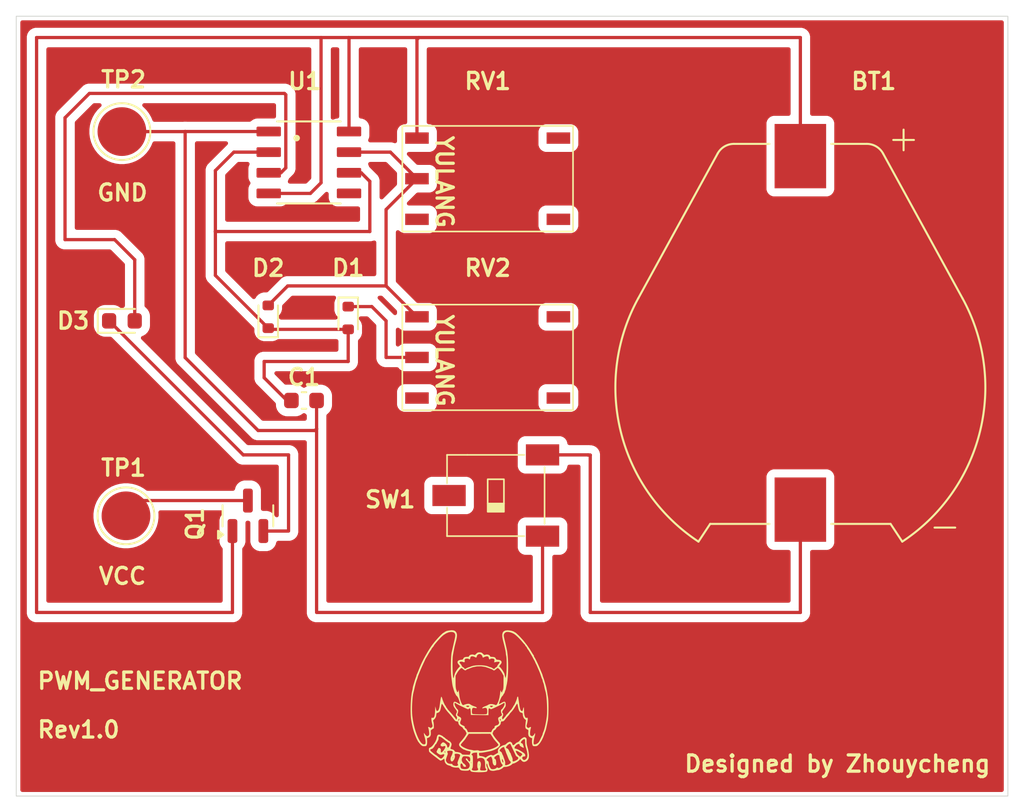
<source format=kicad_pcb>
(kicad_pcb (version 20241229) (generator "pcbnew") (generator_version "9.0")
  (title_block (title "PWM_GENERATOR") (date "2025-04-09") (rev "v1.0"))
  (layers (0 "F.Cu" signal) (2 "B.Cu" signal) (13 "F.Paste" user) (15 "B.Paste" user) (5 "F.SilkS" user "F.Silkscreen") (7 "B.SilkS" user "B.Silkscreen") (1 "F.Mask" user) (3 "B.Mask" user) (25 "Edge.Cuts" user))
  (net 0 "")
  (net 1 "Net-(Q1-C)")
  (net 2 "Net-(SW1-B)")
  (net 3 "Net-(SW1-C)")
  (net 4 "Net-(D1-A)")
  (net 5 "Net-(D1-K)")
  (net 6 "Net-(D2-A)")
  (net 7 "Net-(D3-K)")
  (net 8 "Net-(D3-A)")
  (net 9 "Net-(Q1-E)")
  (footprint "Learn:SOIC127P599X175-8N" (layer "F.Cu") (at 116 87)
    (property "Reference" "U1" (at -0.25 -5 0) (layer "F.SilkS") (effects (font (thickness 0.2))))
    (property "Value" "~")
    (pad "1" smd roundrect (at -2.47 -1.905) (size 1.5 0.6) (layers "F.Cu" "F.Mask" "F.Paste") (roundrect_rratio 0.125) (net 3 "Net-(SW1-C)"))
    (pad "2" smd roundrect (at -2.47 -0.635) (size 1.5 0.6) (layers "F.Cu" "F.Mask" "F.Paste") (roundrect_rratio 0.125) (net 4 "Net-(D1-A)"))
    (pad "3" smd roundrect (at -2.47 0.635) (size 1.5 0.6) (layers "F.Cu" "F.Mask" "F.Paste") (roundrect_rratio 0.125) (net 8 "Net-(D3-A)"))
    (pad "4" smd roundrect (at -2.47 1.905) (size 1.5 0.6) (layers "F.Cu" "F.Mask" "F.Paste") (roundrect_rratio 0.125) (net 1 "Net-(Q1-C)"))
    (pad "5" smd roundrect (at 2.47 1.905) (size 1.5 0.6) (layers "F.Cu" "F.Mask" "F.Paste") (roundrect_rratio 0.125))
    (pad "6" smd roundrect (at 2.47 0.635) (size 1.5 0.6) (layers "F.Cu" "F.Mask" "F.Paste") (roundrect_rratio 0.125) (net 4 "Net-(D1-A)"))
    (pad "7" smd roundrect (at 2.47 -0.635) (size 1.5 0.6) (layers "F.Cu" "F.Mask" "F.Paste") (roundrect_rratio 0.125) (net 6 "Net-(D2-A)"))
    (pad "8" smd roundrect (at 2.47 -1.905) (size 1.5 0.6) (layers "F.Cu" "F.Mask" "F.Paste") (roundrect_rratio 0.125) (net 1 "Net-(Q1-C)"))
  )
  (footprint "Learn:R07310N0-LA3.0B2.5-B103-100" (layer "F.Cu") (at 127 88 -90)
    (property "Reference" "RV1" (at -6 0 0) (layer "F.SilkS") (effects (font (thickness 0.2))))
    (property "Value" "10k")
    (fp_text user "YULANG" (at -2.75 3.25 270) (layer "F.SilkS") (effects (font (thickness 0.2)) (justify left bottom)))
    (pad "1" smd rect (at -2.5 4.35 270) (size 0.7 1.45) (layers "F.Cu" "F.Mask" "F.Paste") (net 1 "Net-(Q1-C)"))
    (pad "2" smd rect (at 0 4.35 270) (size 0.7 1.45) (layers "F.Cu" "F.Mask" "F.Paste") (net 6 "Net-(D2-A)"))
    (pad "3" smd rect (at 2.5 4.35 270) (size 0.7 1.45) (layers "F.Cu" "F.Mask" "F.Paste"))
    (pad "MT1" smd rect (at -2.5 -4.35 270) (size 0.7 1.45) (layers "F.Cu" "F.Mask" "F.Paste"))
    (pad "MT2" smd rect (at 2.5 -4.35 270) (size 0.7 1.45) (layers "F.Cu" "F.Mask" "F.Paste"))
  )
  (footprint "LED_SMD:LED_0603_1608Metric" (layer "F.Cu") (at 104.5 96.75)
    (property "Reference" "D3" (at -3 0 0) (layer "F.SilkS") (effects (font (thickness 0.2))))
    (property "Value" "LED")
    (pad "1" smd roundrect (at -0.7875 0) (size 0.875 0.95) (layers "F.Cu" "F.Mask" "F.Paste") (net 7 "Net-(D3-K)"))
    (pad "2" smd roundrect (at 0.7875 0) (size 0.875 0.95) (layers "F.Cu" "F.Mask" "F.Paste") (net 8 "Net-(D3-A)"))
  )
  (footprint "TestPoint:TestPoint_Pad_D3.0mm" (layer "F.Cu") (at 104.75 108.75)
    (property "Reference" "TP1" (at -0.15 -2.95 0) (layer "F.SilkS") (effects (font (thickness 0.2))))
    (property "Value" "VCC")
    (pad "1" smd circle (at 0 0) (size 3 3) (layers "F.Cu" "F.Mask") (net 9 "Net-(Q1-E)"))
  )
  (footprint "Learn:BAT_1061" (layer "F.Cu") (at 146.235 97.49 180)
    (property "Reference" "BT1" (at -4.515 15.49 0) (layer "F.SilkS") (effects (font (thickness 0.2))))
    (property "Value" "1061")
    (pad "N" smd rect (at 0 -10.88 180) (size 3.17 3.96) (layers "F.Cu" "F.Mask" "F.Paste") (net 2 "Net-(SW1-B)"))
    (pad "P" smd rect (at 0 10.88 180) (size 3.17 3.96) (layers "F.Cu" "F.Mask" "F.Paste") (net 1 "Net-(Q1-C)"))
  )
  (footprint "TestPoint:TestPoint_Pad_D3.0mm" (layer "F.Cu") (at 104.5 85.1)
    (property "Reference" "TP2" (at 0.1 -3.2 0) (layer "F.SilkS") (effects (font (thickness 0.2))))
    (property "Value" "GND")
    (pad "1" smd circle (at 0 0) (size 3 3) (layers "F.Cu" "F.Mask") (net 3 "Net-(SW1-C)"))
  )
  (footprint "Diode_SMD:D_SOD-523" (layer "F.Cu") (at 118.42 96.5725 -90)
    (property "Reference" "D1" (at -3.0725 0 0) (layer "F.SilkS") (effects (font (thickness 0.2))))
    (property "Value" "1N4148WT")
    (pad "1" smd roundrect (at -0.7 0 90) (size 0.6 0.7) (layers "F.Cu" "F.Mask" "F.Paste") (net 5 "Net-(D1-K)"))
    (pad "2" smd roundrect (at 0.7 0 90) (size 0.6 0.7) (layers "F.Cu" "F.Mask" "F.Paste") (net 4 "Net-(D1-A)"))
  )
  (footprint "Learn:MS-12D17-G2" (layer "F.Cu") (at 127.5 107.5 -90)
    (property "Reference" "SW1" (at 0.25 6.5 0) (layer "F.SilkS") (effects (font (thickness 0.2))))
    (property "Value" "SW_SPDT")
    (pad "1" smd rect (at 0 2.875 270) (size 1.3 2.05) (layers "F.Cu" "F.Mask" "F.Paste"))
    (pad "2" smd rect (at -2.5 -2.875 270) (size 1.3 2.05) (layers "F.Cu" "F.Mask" "F.Paste") (net 2 "Net-(SW1-B)"))
    (pad "3" smd rect (at 2.5 -2.875 270) (size 1.3 2.05) (layers "F.Cu" "F.Mask" "F.Paste") (net 3 "Net-(SW1-C)"))
  )
  (footprint "Package_TO_SOT_SMD:SOT-23" (layer "F.Cu") (at 112.25 108.75 90)
    (property "Reference" "Q1" (at -0.5 -3.25 90) (layer "F.SilkS") (effects (font (thickness 0.2))))
    (property "Value" "PNP")
    (pad "1" smd roundrect (at -0.9375 -0.95 90) (size 1.475 0.6) (layers "F.Cu" "F.Mask" "F.Paste") (net 1 "Net-(Q1-C)"))
    (pad "2" smd roundrect (at -0.9375 0.95 90) (size 1.475 0.6) (layers "F.Cu" "F.Mask" "F.Paste") (net 7 "Net-(D3-K)"))
    (pad "3" smd roundrect (at 0.9375 0 90) (size 1.475 0.6) (layers "F.Cu" "F.Mask" "F.Paste") (net 9 "Net-(Q1-E)"))
  )
  (footprint "Learn:R07310N0-LA3.0B2.5-B103-100" (layer "F.Cu") (at 127 99 -90)
    (property "Reference" "RV2" (at -5.5 0 0) (layer "F.SilkS") (effects (font (thickness 0.2))))
    (property "Value" "10k")
    (fp_text user "YULANG" (at -2.75 3.25 270) (layer "F.SilkS") (effects (font (thickness 0.2)) (justify left bottom)))
    (pad "1" smd rect (at -2.5 4.35 270) (size 0.7 1.45) (layers "F.Cu" "F.Mask" "F.Paste") (net 6 "Net-(D2-A)"))
    (pad "2" smd rect (at 0 4.35 270) (size 0.7 1.45) (layers "F.Cu" "F.Mask" "F.Paste") (net 5 "Net-(D1-K)"))
    (pad "3" smd rect (at 2.5 4.35 270) (size 0.7 1.45) (layers "F.Cu" "F.Mask" "F.Paste"))
    (pad "MT1" smd rect (at -2.5 -4.35 270) (size 0.7 1.45) (layers "F.Cu" "F.Mask" "F.Paste"))
    (pad "MT2" smd rect (at 2.5 -4.35 270) (size 0.7 1.45) (layers "F.Cu" "F.Mask" "F.Paste"))
  )
  (footprint "Diode_SMD:D_SOD-523" (layer "F.Cu") (at 113.5 96.5 90)
    (property "Reference" "D2" (at 3 0 0) (layer "F.SilkS") (effects (font (thickness 0.2))))
    (property "Value" "1N4148WT")
    (pad "1" smd roundrect (at -0.7 0 270) (size 0.6 0.7) (layers "F.Cu" "F.Mask" "F.Paste") (net 4 "Net-(D1-A)"))
    (pad "2" smd roundrect (at 0.7 0 270) (size 0.6 0.7) (layers "F.Cu" "F.Mask" "F.Paste") (net 6 "Net-(D2-A)"))
  )
  (footprint "Learn:KamiLogo" (layer "F.Cu") (at 126.5 120.5)
    (property "Reference" "G***" (hide yes))
    (property "Value" "LOGO" (hide yes))
  )
  (footprint "Capacitor_SMD:C_0603_1608Metric" (layer "F.Cu") (at 115.7 101.65)
    (property "Reference" "C1" (at 0 -1.43 0) (layer "F.SilkS") (effects (font (thickness 0.2))))
    (property "Value" "100nf")
    (pad "1" smd roundrect (at -0.775 0) (size 0.9 0.95) (layers "F.Cu" "F.Mask" "F.Paste") (net 4 "Net-(D1-A)"))
    (pad "2" smd roundrect (at 0.775 0) (size 0.9 0.95) (layers "F.Cu" "F.Mask" "F.Paste") (net 3 "Net-(SW1-C)"))
  )
  (gr_rect (start 98 78) (end 159 126) (stroke (width 0.05)) (fill no) (layer "Edge.Cuts"))
  (gr_text "PWM_GENERATOR" (at 99.2 119.5 0) (layer "F.SilkS") (effects (font (size 1 1) (thickness 0.2) (bold yes)) (justify left bottom)))
  (gr_text "Rev1.0" (at 99.2 122.5 0) (layer "F.SilkS") (effects (font (size 1 1) (thickness 0.2) (bold yes)) (justify left bottom)))
  (gr_text "GND" (at 102.876191 89.45 0) (layer "F.SilkS") (effects (font (size 1 1) (thickness 0.2) (bold yes)) (justify left bottom)))
  (gr_text "VCC" (at 102.971429 113.05 0) (layer "F.SilkS") (effects (font (size 1 1) (thickness 0.2) (bold yes)) (justify left bottom)))
  (gr_text "Designed by Zhouycheng" (at 139 124.6 0) (layer "F.SilkS") (effects (font (size 1 1) (thickness 0.2) (bold yes)) (justify left bottom)))
  (segment (start 122.65 79.43) (end 122.77 79.31) (width 0.2) (layer "F.Cu") (net 1))
  (segment (start 111.3 114.7) (end 99.25 114.7) (width 0.2) (layer "F.Cu") (net 1))
  (segment (start 122.77 79.31) (end 146.235 79.31) (width 0.2) (layer "F.Cu") (net 1))
  (segment (start 122.65 85.5) (end 122.65 79.43) (width 0.2) (layer "F.Cu") (net 1))
  (segment (start 146.235 79.31) (end 146.235 86.61) (width 0.2) (layer "F.Cu") (net 1))
  (segment (start 111.3 114.7) (end 111.3 109.6875) (width 0.2) (layer "F.Cu") (net 1))
  (segment (start 116.75 88.25) (end 116.75 79.31) (width 0.2) (layer "F.Cu") (net 1))
  (segment (start 99.25 114.7) (end 99.25 79.31) (width 0.2) (layer "F.Cu") (net 1))
  (segment (start 116.75 79.31) (end 99.25 79.31) (width 0.2) (layer "F.Cu") (net 1))
  (segment (start 118.47 79.33) (end 118.45 79.31) (width 0.2) (layer "F.Cu") (net 1))
  (segment (start 122.77 79.31) (end 118.45 79.31) (width 0.2) (layer "F.Cu") (net 1))
  (segment (start 118.47 85.095) (end 118.47 79.33) (width 0.2) (layer "F.Cu") (net 1))
  (segment (start 113.53 88.905) (end 116.095 88.905) (width 0.2) (layer "F.Cu") (net 1))
  (segment (start 118.45 79.31) (end 116.75 79.31) (width 0.2) (layer "F.Cu") (net 1))
  (segment (start 116.095 88.905) (end 116.75 88.25) (width 0.2) (layer "F.Cu") (net 1))
  (segment (start 133.18 105) (end 130.375 105) (width 0.2) (layer "F.Cu") (net 2))
  (segment (start 146.235 114.7) (end 133.31 114.7) (width 0.2) (layer "F.Cu") (net 2))
  (segment (start 133.31 105.01) (end 133.19 105.01) (width 0.2) (layer "F.Cu") (net 2))
  (segment (start 133.31 114.7) (end 133.31 105.01) (width 0.2) (layer "F.Cu") (net 2))
  (segment (start 133.19 105.01) (end 133.18 105) (width 0.2) (layer "F.Cu") (net 2))
  (segment (start 146.235 108.37) (end 146.235 114.7) (width 0.2) (layer "F.Cu") (net 2))
  (segment (start 108.39 85.09) (end 108.39 99.01) (width 0.2) (layer "F.Cu") (net 3))
  (segment (start 116.375 103.5) (end 116.475 103.4) (width 0.2) (layer "F.Cu") (net 3))
  (segment (start 112.88 103.5) (end 116.375 103.5) (width 0.2) (layer "F.Cu") (net 3))
  (segment (start 108.39 85.1) (end 108.395 85.095) (width 0.2) (layer "F.Cu") (net 3))
  (segment (start 108.395 85.095) (end 113.53 85.095) (width 0.2) (layer "F.Cu") (net 3))
  (segment (start 116.475 114.7) (end 130.375 114.7) (width 0.2) (layer "F.Cu") (net 3))
  (segment (start 108.39 99.01) (end 112.88 103.5) (width 0.2) (layer "F.Cu") (net 3))
  (segment (start 108.395 85.095) (end 108.39 85.09) (width 0.2) (layer "F.Cu") (net 3))
  (segment (start 116.475 103.4) (end 116.475 101.65) (width 0.2) (layer "F.Cu") (net 3))
  (segment (start 104.5 85.1) (end 108.39 85.1) (width 0.2) (layer "F.Cu") (net 3))
  (segment (start 116.475 114.615) (end 116.475 103.4) (width 0.2) (layer "F.Cu") (net 3))
  (segment (start 130.375 114.7) (end 130.375 110) (width 0.2) (layer "F.Cu") (net 3))
  (segment (start 113.5 97.2) (end 110.25 93.95) (width 0.2) (layer "F.Cu") (net 4))
  (segment (start 110.25 87.5) (end 111.385 86.365) (width 0.2) (layer "F.Cu") (net 4))
  (segment (start 110.25 91.25) (end 110.25 87.5) (width 0.2) (layer "F.Cu") (net 4))
  (segment (start 113.5725 97.2725) (end 113.5 97.2) (width 0.2) (layer "F.Cu") (net 4))
  (segment (start 119.219999 87.635) (end 118.47 87.635) (width 0.2) (layer "F.Cu") (net 4))
  (segment (start 111.385 86.365) (end 113.53 86.365) (width 0.2) (layer "F.Cu") (net 4))
  (segment (start 119.75 91.25) (end 119.75 88.165001) (width 0.2) (layer "F.Cu") (net 4))
  (segment (start 110.25 91.25) (end 119.75 91.25) (width 0.2) (layer "F.Cu") (net 4))
  (segment (start 119.75 88.165001) (end 119.219999 87.635) (width 0.2) (layer "F.Cu") (net 4))
  (segment (start 113.25 100.25) (end 113.25 99.25) (width 0.2) (layer "F.Cu") (net 4))
  (segment (start 118.42 97.2725) (end 113.5725 97.2725) (width 0.2) (layer "F.Cu") (net 4))
  (segment (start 114.65 101.65) (end 113.25 100.25) (width 0.2) (layer "F.Cu") (net 4))
  (segment (start 113.25 99.25) (end 118.42 99.25) (width 0.2) (layer "F.Cu") (net 4))
  (segment (start 110.25 93.95) (end 110.25 91.25) (width 0.2) (layer "F.Cu") (net 4))
  (segment (start 118.42 99.25) (end 118.42 97.2725) (width 0.2) (layer "F.Cu") (net 4))
  (segment (start 120.75 99) (end 120.75 96.75) (width 0.2) (layer "F.Cu") (net 5))
  (segment (start 119.8725 95.8725) (end 118.42 95.8725) (width 0.2) (layer "F.Cu") (net 5))
  (segment (start 122.65 99) (end 120.75 99) (width 0.2) (layer "F.Cu") (net 5))
  (segment (start 120.75 96.75) (end 119.8725 95.8725) (width 0.2) (layer "F.Cu") (net 5))
  (segment (start 120.75 94.6) (end 122.65 96.5) (width 0.2) (layer "F.Cu") (net 6))
  (segment (start 122.65 88) (end 120.75 89.9) (width 0.2) (layer "F.Cu") (net 6))
  (segment (start 114.7 94.6) (end 120.75 94.6) (width 0.2) (layer "F.Cu") (net 6))
  (segment (start 121.015 86.365) (end 118.47 86.365) (width 0.2) (layer "F.Cu") (net 6))
  (segment (start 113.5 95.8) (end 114.7 94.6) (width 0.2) (layer "F.Cu") (net 6))
  (segment (start 122.65 88) (end 121.015 86.365) (width 0.2) (layer "F.Cu") (net 6))
  (segment (start 120.75 89.9) (end 120.75 94.6) (width 0.2) (layer "F.Cu") (net 6))
  (segment (start 113.2 109.6875) (end 114.6875 109.6875) (width 0.2) (layer "F.Cu") (net 7))
  (segment (start 114.75 109.6875) (end 114.75 105) (width 0.2) (layer "F.Cu") (net 7))
  (segment (start 114.75 105) (end 111.9625 105) (width 0.2) (layer "F.Cu") (net 7))
  (segment (start 111.9625 105) (end 103.7125 96.75) (width 0.2) (layer "F.Cu") (net 7))
  (segment (start 114.581 87.333999) (end 114.581 82.831) (width 0.2) (layer "F.Cu") (net 8))
  (segment (start 114.5 82.75) (end 102.5 82.75) (width 0.2) (layer "F.Cu") (net 8))
  (segment (start 114.581 82.831) (end 114.5 82.75) (width 0.2) (layer "F.Cu") (net 8))
  (segment (start 101 84.25) (end 101 91.75) (width 0.2) (layer "F.Cu") (net 8))
  (segment (start 105.2875 92.9875) (end 105.2875 96.75) (width 0.2) (layer "F.Cu") (net 8))
  (segment (start 104.05 91.75) (end 105.2875 92.9875) (width 0.2) (layer "F.Cu") (net 8))
  (segment (start 101 91.75) (end 104.05 91.75) (width 0.2) (layer "F.Cu") (net 8))
  (segment (start 102.5 82.75) (end 101 84.25) (width 0.2) (layer "F.Cu") (net 8))
  (segment (start 113.53 87.635) (end 114.279999 87.635) (width 0.2) (layer "F.Cu") (net 8))
  (segment (start 114.279999 87.635) (end 114.581 87.333999) (width 0.2) (layer "F.Cu") (net 8))
  (segment (start 112.25 107.8125) (end 105.6875 107.8125) (width 0.2) (layer "F.Cu") (net 9))
  (segment (start 105.6875 107.8125) (end 104.75 108.75) (width 0.2) (layer "F.Cu") (net 9))
  (zone (net 0) (net_name "") (layer "F.Cu") (connect_pads (clearance 0.5)) (min_thickness 0.25) (fill yes (thermal_gap 0.5) (thermal_bridge_width 0.5) (island_removal_mode 1) (island_area_min 10))
    (polygon (pts (xy 97 77) (xy 160 77) (xy 160 127) (xy 97 127)))
  )
)
</source>
